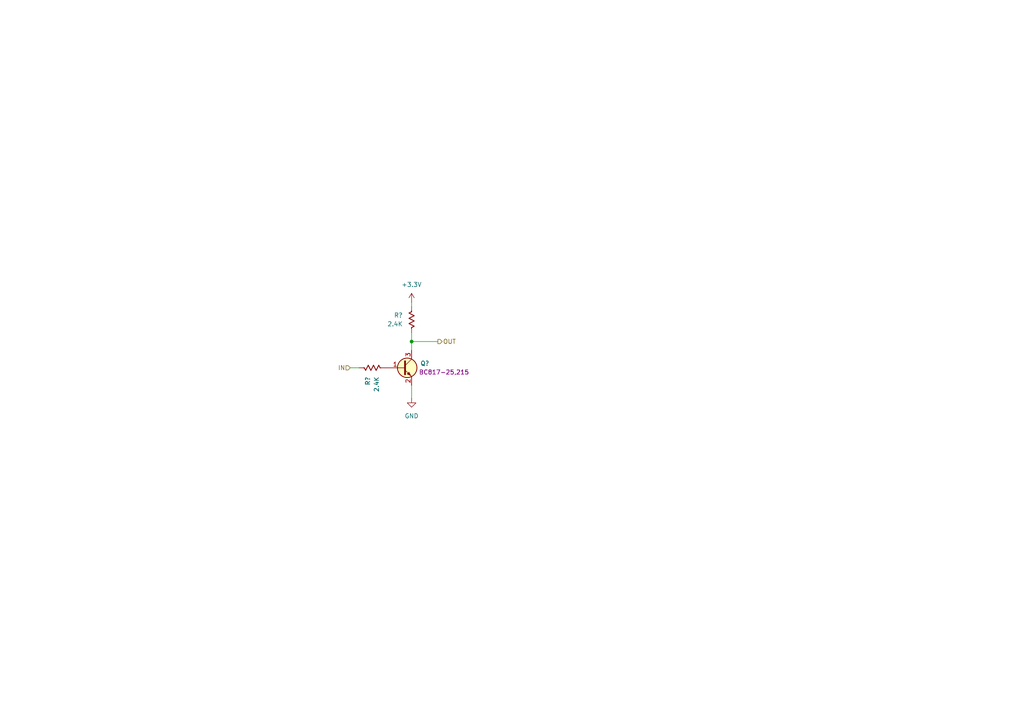
<source format=kicad_sch>
(kicad_sch
	(version 20250114)
	(generator "eeschema")
	(generator_version "9.0")
	(uuid "851f620e-af5d-4087-9d19-97e1b5acb31b")
	(paper "A4")
	(lib_symbols
		(symbol "GP8211S-TC50:R_0603"
			(pin_numbers
				(hide yes)
			)
			(pin_names
				(offset 0)
			)
			(exclude_from_sim no)
			(in_bom yes)
			(on_board yes)
			(property "Reference" "R"
				(at 2.54 1.27 0)
				(effects
					(font
						(size 1.27 1.27)
					)
					(justify left)
				)
			)
			(property "Value" "R_0603"
				(at 2.54 -1.27 0)
				(effects
					(font
						(size 1.27 1.27)
					)
					(justify left)
				)
			)
			(property "Footprint" "PCM_Resistor_SMD_AKL:R_0603_1608Metric"
				(at 0 -11.43 0)
				(effects
					(font
						(size 1.27 1.27)
					)
					(hide yes)
				)
			)
			(property "Datasheet" "~"
				(at 0 0 0)
				(effects
					(font
						(size 1.27 1.27)
					)
					(hide yes)
				)
			)
			(property "Description" "SMD 0603 Chip Resistor, US Symbol, Alternate KiCad Library"
				(at 0 0 0)
				(effects
					(font
						(size 1.27 1.27)
					)
					(hide yes)
				)
			)
			(property "ki_keywords" "R res resistor us SMD 0603"
				(at 0 0 0)
				(effects
					(font
						(size 1.27 1.27)
					)
					(hide yes)
				)
			)
			(property "ki_fp_filters" "R_*"
				(at 0 0 0)
				(effects
					(font
						(size 1.27 1.27)
					)
					(hide yes)
				)
			)
			(symbol "R_0603_0_1"
				(polyline
					(pts
						(xy 0 2.286) (xy 0 2.54)
					)
					(stroke
						(width 0.254)
						(type default)
					)
					(fill
						(type none)
					)
				)
				(polyline
					(pts
						(xy 0 2.286) (xy 0.762 1.905) (xy -0.762 1.143) (xy 0 0.762) (xy 0.762 0.381) (xy 0 0) (xy -0.762 -0.381)
						(xy 0 -0.762) (xy 0.762 -1.143) (xy 0 -1.524) (xy -0.762 -1.905) (xy 0 -2.286)
					)
					(stroke
						(width 0.254)
						(type default)
					)
					(fill
						(type none)
					)
				)
				(polyline
					(pts
						(xy 0 -2.286) (xy 0 -2.54)
					)
					(stroke
						(width 0.254)
						(type default)
					)
					(fill
						(type none)
					)
				)
			)
			(symbol "R_0603_0_2"
				(polyline
					(pts
						(xy -2.54 -2.54) (xy -1.778 -1.778)
					)
					(stroke
						(width 0)
						(type default)
					)
					(fill
						(type none)
					)
				)
				(polyline
					(pts
						(xy -1.778 -1.778) (xy -1.524 -1.524)
					)
					(stroke
						(width 0.254)
						(type default)
					)
					(fill
						(type none)
					)
				)
				(polyline
					(pts
						(xy -1.524 -1.524) (xy -1.778 -0.762) (xy -1.016 -1.016)
					)
					(stroke
						(width 0.254)
						(type default)
					)
					(fill
						(type none)
					)
				)
				(polyline
					(pts
						(xy -0.508 -0.508) (xy -0.762 0.254) (xy 0 0)
					)
					(stroke
						(width 0.254)
						(type default)
					)
					(fill
						(type none)
					)
				)
				(polyline
					(pts
						(xy -0.508 -0.508) (xy -0.254 -1.27) (xy -1.016 -1.016)
					)
					(stroke
						(width 0.254)
						(type default)
					)
					(fill
						(type none)
					)
				)
				(polyline
					(pts
						(xy 0.508 0.508) (xy 0.254 1.27) (xy 1.016 1.016)
					)
					(stroke
						(width 0.254)
						(type default)
					)
					(fill
						(type none)
					)
				)
				(polyline
					(pts
						(xy 0.508 0.508) (xy 0.762 -0.254) (xy 0 0)
					)
					(stroke
						(width 0.254)
						(type default)
					)
					(fill
						(type none)
					)
				)
				(polyline
					(pts
						(xy 1.524 1.524) (xy 1.778 0.762) (xy 1.016 1.016)
					)
					(stroke
						(width 0.254)
						(type default)
					)
					(fill
						(type none)
					)
				)
				(polyline
					(pts
						(xy 1.778 1.778) (xy 1.524 1.524)
					)
					(stroke
						(width 0.254)
						(type default)
					)
					(fill
						(type none)
					)
				)
				(polyline
					(pts
						(xy 1.778 1.778) (xy 2.54 2.54)
					)
					(stroke
						(width 0)
						(type default)
					)
					(fill
						(type none)
					)
				)
			)
			(symbol "R_0603_1_1"
				(pin passive line
					(at 0 3.81 270)
					(length 1.27)
					(name "~"
						(effects
							(font
								(size 1.27 1.27)
							)
						)
					)
					(number "1"
						(effects
							(font
								(size 1.27 1.27)
							)
						)
					)
				)
				(pin passive line
					(at 0 -3.81 90)
					(length 1.27)
					(name "~"
						(effects
							(font
								(size 1.27 1.27)
							)
						)
					)
					(number "2"
						(effects
							(font
								(size 1.27 1.27)
							)
						)
					)
				)
			)
			(symbol "R_0603_1_2"
				(pin passive line
					(at -2.54 -2.54 0)
					(length 0)
					(name ""
						(effects
							(font
								(size 1.27 1.27)
							)
						)
					)
					(number "2"
						(effects
							(font
								(size 1.27 1.27)
							)
						)
					)
				)
				(pin passive line
					(at 2.54 2.54 180)
					(length 0)
					(name ""
						(effects
							(font
								(size 1.27 1.27)
							)
						)
					)
					(number "1"
						(effects
							(font
								(size 1.27 1.27)
							)
						)
					)
				)
			)
			(embedded_fonts no)
		)
		(symbol "Transistor_BJT_AKL:BFN26"
			(pin_names
				(hide yes)
			)
			(exclude_from_sim no)
			(in_bom yes)
			(on_board yes)
			(property "Reference" "Q"
				(at 5.08 1.27 0)
				(effects
					(font
						(size 1.27 1.27)
					)
					(justify left)
				)
			)
			(property "Value" "BFN26"
				(at 5.08 -1.27 0)
				(effects
					(font
						(size 1.27 1.27)
					)
					(justify left)
				)
			)
			(property "Footprint" "Package_TO_SOT_SMD_AKL:SOT-23"
				(at 5.08 2.54 0)
				(effects
					(font
						(size 1.27 1.27)
					)
					(hide yes)
				)
			)
			(property "Datasheet" "https://www.tme.eu/Document/43310f91a0e397761035f1d1abdd24c6/BFN24.pdf"
				(at 0 0 0)
				(effects
					(font
						(size 1.27 1.27)
					)
					(hide yes)
				)
			)
			(property "Description" "NPN SOT-23 high voltage transistor, 300V, 200mA, 360mW, Alternate KiCAD Library"
				(at 0 0 0)
				(effects
					(font
						(size 1.27 1.27)
					)
					(hide yes)
				)
			)
			(property "ki_keywords" "transistor NPN BFN26"
				(at 0 0 0)
				(effects
					(font
						(size 1.27 1.27)
					)
					(hide yes)
				)
			)
			(symbol "BFN26_0_1"
				(polyline
					(pts
						(xy 0.635 1.905) (xy 0.635 -1.905) (xy 0.635 -1.905)
					)
					(stroke
						(width 0.508)
						(type default)
					)
					(fill
						(type none)
					)
				)
				(polyline
					(pts
						(xy 0.635 0.635) (xy 2.54 2.54)
					)
					(stroke
						(width 0)
						(type default)
					)
					(fill
						(type none)
					)
				)
				(polyline
					(pts
						(xy 0.635 -0.635) (xy 2.54 -2.54) (xy 2.54 -2.54)
					)
					(stroke
						(width 0)
						(type default)
					)
					(fill
						(type none)
					)
				)
				(circle
					(center 1.27 0)
					(radius 2.8194)
					(stroke
						(width 0.254)
						(type default)
					)
					(fill
						(type background)
					)
				)
				(polyline
					(pts
						(xy 1.27 -1.778) (xy 1.778 -1.27) (xy 2.286 -2.286) (xy 1.27 -1.778) (xy 1.27 -1.778)
					)
					(stroke
						(width 0)
						(type default)
					)
					(fill
						(type outline)
					)
				)
			)
			(symbol "BFN26_1_1"
				(pin input line
					(at -5.08 0 0)
					(length 5.715)
					(name "B"
						(effects
							(font
								(size 1.27 1.27)
							)
						)
					)
					(number "1"
						(effects
							(font
								(size 1.27 1.27)
							)
						)
					)
				)
				(pin passive line
					(at 2.54 5.08 270)
					(length 2.54)
					(name "C"
						(effects
							(font
								(size 1.27 1.27)
							)
						)
					)
					(number "3"
						(effects
							(font
								(size 1.27 1.27)
							)
						)
					)
				)
				(pin passive line
					(at 2.54 -5.08 90)
					(length 2.54)
					(name "E"
						(effects
							(font
								(size 1.27 1.27)
							)
						)
					)
					(number "2"
						(effects
							(font
								(size 1.27 1.27)
							)
						)
					)
				)
			)
			(embedded_fonts no)
		)
		(symbol "power:+3.3V"
			(power)
			(pin_numbers
				(hide yes)
			)
			(pin_names
				(offset 0)
				(hide yes)
			)
			(exclude_from_sim no)
			(in_bom yes)
			(on_board yes)
			(property "Reference" "#PWR"
				(at 0 -3.81 0)
				(effects
					(font
						(size 1.27 1.27)
					)
					(hide yes)
				)
			)
			(property "Value" "+3.3V"
				(at 0 3.556 0)
				(effects
					(font
						(size 1.27 1.27)
					)
				)
			)
			(property "Footprint" ""
				(at 0 0 0)
				(effects
					(font
						(size 1.27 1.27)
					)
					(hide yes)
				)
			)
			(property "Datasheet" ""
				(at 0 0 0)
				(effects
					(font
						(size 1.27 1.27)
					)
					(hide yes)
				)
			)
			(property "Description" "Power symbol creates a global label with name \"+3.3V\""
				(at 0 0 0)
				(effects
					(font
						(size 1.27 1.27)
					)
					(hide yes)
				)
			)
			(property "ki_keywords" "global power"
				(at 0 0 0)
				(effects
					(font
						(size 1.27 1.27)
					)
					(hide yes)
				)
			)
			(symbol "+3.3V_0_1"
				(polyline
					(pts
						(xy -0.762 1.27) (xy 0 2.54)
					)
					(stroke
						(width 0)
						(type default)
					)
					(fill
						(type none)
					)
				)
				(polyline
					(pts
						(xy 0 2.54) (xy 0.762 1.27)
					)
					(stroke
						(width 0)
						(type default)
					)
					(fill
						(type none)
					)
				)
				(polyline
					(pts
						(xy 0 0) (xy 0 2.54)
					)
					(stroke
						(width 0)
						(type default)
					)
					(fill
						(type none)
					)
				)
			)
			(symbol "+3.3V_1_1"
				(pin power_in line
					(at 0 0 90)
					(length 0)
					(name "~"
						(effects
							(font
								(size 1.27 1.27)
							)
						)
					)
					(number "1"
						(effects
							(font
								(size 1.27 1.27)
							)
						)
					)
				)
			)
			(embedded_fonts no)
		)
		(symbol "power:GND"
			(power)
			(pin_numbers
				(hide yes)
			)
			(pin_names
				(offset 0)
				(hide yes)
			)
			(exclude_from_sim no)
			(in_bom yes)
			(on_board yes)
			(property "Reference" "#PWR"
				(at 0 -6.35 0)
				(effects
					(font
						(size 1.27 1.27)
					)
					(hide yes)
				)
			)
			(property "Value" "GND"
				(at 0 -3.81 0)
				(effects
					(font
						(size 1.27 1.27)
					)
				)
			)
			(property "Footprint" ""
				(at 0 0 0)
				(effects
					(font
						(size 1.27 1.27)
					)
					(hide yes)
				)
			)
			(property "Datasheet" ""
				(at 0 0 0)
				(effects
					(font
						(size 1.27 1.27)
					)
					(hide yes)
				)
			)
			(property "Description" "Power symbol creates a global label with name \"GND\" , ground"
				(at 0 0 0)
				(effects
					(font
						(size 1.27 1.27)
					)
					(hide yes)
				)
			)
			(property "ki_keywords" "global power"
				(at 0 0 0)
				(effects
					(font
						(size 1.27 1.27)
					)
					(hide yes)
				)
			)
			(symbol "GND_0_1"
				(polyline
					(pts
						(xy 0 0) (xy 0 -1.27) (xy 1.27 -1.27) (xy 0 -2.54) (xy -1.27 -1.27) (xy 0 -1.27)
					)
					(stroke
						(width 0)
						(type default)
					)
					(fill
						(type none)
					)
				)
			)
			(symbol "GND_1_1"
				(pin power_in line
					(at 0 0 270)
					(length 0)
					(name "~"
						(effects
							(font
								(size 1.27 1.27)
							)
						)
					)
					(number "1"
						(effects
							(font
								(size 1.27 1.27)
							)
						)
					)
				)
			)
			(embedded_fonts no)
		)
	)
	(junction
		(at 119.38 99.06)
		(diameter 0)
		(color 0 0 0 0)
		(uuid "3fa297f3-0b7e-4640-a96f-8a59ed6035a0")
	)
	(wire
		(pts
			(xy 119.38 87.63) (xy 119.38 88.9)
		)
		(stroke
			(width 0)
			(type default)
		)
		(uuid "410f10a0-cc93-4c32-a9d3-cd8e313dd0b0")
	)
	(wire
		(pts
			(xy 101.6 106.68) (xy 104.14 106.68)
		)
		(stroke
			(width 0)
			(type default)
		)
		(uuid "6823c38c-dd14-4ed5-8a25-3e56c905eee7")
	)
	(wire
		(pts
			(xy 119.38 96.52) (xy 119.38 99.06)
		)
		(stroke
			(width 0)
			(type default)
		)
		(uuid "9269feea-8f91-41e7-b70c-53f82325d269")
	)
	(wire
		(pts
			(xy 119.38 111.76) (xy 119.38 115.57)
		)
		(stroke
			(width 0)
			(type default)
		)
		(uuid "b7570d32-ff85-4c55-91d6-5a9fafc304c6")
	)
	(wire
		(pts
			(xy 119.38 99.06) (xy 127 99.06)
		)
		(stroke
			(width 0)
			(type default)
		)
		(uuid "dfe6277f-da2e-4864-aab8-8c5056f4ff57")
	)
	(wire
		(pts
			(xy 119.38 99.06) (xy 119.38 101.6)
		)
		(stroke
			(width 0)
			(type default)
		)
		(uuid "f87a795c-0b9d-46a2-b7d0-8e286578d1f0")
	)
	(hierarchical_label "OUT"
		(shape output)
		(at 127 99.06 0)
		(effects
			(font
				(size 1.27 1.27)
			)
			(justify left)
		)
		(uuid "126ce946-49bb-400d-b4df-3ab39a4abcca")
	)
	(hierarchical_label "IN"
		(shape input)
		(at 101.6 106.68 180)
		(effects
			(font
				(size 1.27 1.27)
			)
			(justify right)
		)
		(uuid "670ef8a4-d732-4023-8361-439c33f77725")
	)
	(symbol
		(lib_id "GP8211S-TC50:R_0603")
		(at 119.38 92.71 0)
		(mirror x)
		(unit 1)
		(exclude_from_sim no)
		(in_bom yes)
		(on_board yes)
		(dnp no)
		(uuid "005056d1-f470-448c-b1ed-ae23885affe5")
		(property "Reference" "R?"
			(at 116.84 91.4399 0)
			(effects
				(font
					(size 1.27 1.27)
				)
				(justify right)
			)
		)
		(property "Value" "2.4K"
			(at 116.84 93.9799 0)
			(effects
				(font
					(size 1.27 1.27)
				)
				(justify right)
			)
		)
		(property "Footprint" "PCM_Resistor_SMD_AKL:R_0603_1608Metric"
			(at 119.38 81.28 0)
			(effects
				(font
					(size 1.27 1.27)
				)
				(hide yes)
			)
		)
		(property "Datasheet" "~"
			(at 119.38 92.71 0)
			(effects
				(font
					(size 1.27 1.27)
				)
				(hide yes)
			)
		)
		(property "Description" "SMD 0603 Chip Resistor, US Symbol, Alternate KiCad Library"
			(at 119.38 92.71 0)
			(effects
				(font
					(size 1.27 1.27)
				)
				(hide yes)
			)
		)
		(property "LCSC" ""
			(at 119.38 92.71 0)
			(effects
				(font
					(size 1.27 1.27)
				)
				(hide yes)
			)
		)
		(pin "1"
			(uuid "cd3d7268-a570-47bf-86c6-28212a81084f")
		)
		(pin "2"
			(uuid "0a54c3b1-fa82-4dd4-a191-7fe80673fa02")
		)
		(instances
			(project "PLC4UNIPCB"
				(path "/20dd9fa8-33e5-4e01-8b4a-8cb5828152c9/ef44eee8-cd41-4527-92e2-6c408c0d0d91/27c9874e-724a-49e5-be4f-e6cf4f8914b4"
					(reference "R?")
					(unit 1)
				)
				(path "/20dd9fa8-33e5-4e01-8b4a-8cb5828152c9/ef44eee8-cd41-4527-92e2-6c408c0d0d91/ec765b85-69ea-4c2e-a942-0a3f3b20d4c9"
					(reference "R?")
					(unit 1)
				)
			)
		)
	)
	(symbol
		(lib_id "Transistor_BJT_AKL:BFN26")
		(at 116.84 106.68 0)
		(unit 1)
		(exclude_from_sim no)
		(in_bom yes)
		(on_board yes)
		(dnp no)
		(uuid "59b4718a-776d-40ca-aca3-305dd8db3a34")
		(property "Reference" "Q?"
			(at 121.92 105.4099 0)
			(effects
				(font
					(size 1.27 1.27)
				)
				(justify left)
			)
		)
		(property "Value" "BFN26"
			(at 121.92 107.9499 0)
			(effects
				(font
					(size 1.27 1.27)
				)
				(justify left)
				(hide yes)
			)
		)
		(property "Footprint" "Package_TO_SOT_SMD_AKL:SOT-23"
			(at 121.92 104.14 0)
			(effects
				(font
					(size 1.27 1.27)
				)
				(hide yes)
			)
		)
		(property "Datasheet" "https://www.tme.eu/Document/43310f91a0e397761035f1d1abdd24c6/BFN24.pdf"
			(at 116.84 106.68 0)
			(effects
				(font
					(size 1.27 1.27)
				)
				(hide yes)
			)
		)
		(property "Description" "NPN SOT-23 high voltage transistor, 300V, 200mA, 360mW, Alternate KiCAD Library"
			(at 116.84 106.68 0)
			(effects
				(font
					(size 1.27 1.27)
				)
				(hide yes)
			)
		)
		(property "Part number" "BC817-25,215"
			(at 128.778 107.95 0)
			(effects
				(font
					(size 1.27 1.27)
				)
			)
		)
		(pin "1"
			(uuid "bc028fb5-637b-41d9-b32e-dbeb1a4110d5")
		)
		(pin "2"
			(uuid "41414d05-97c3-45b0-8173-521dd0e9494b")
		)
		(pin "3"
			(uuid "c2336676-db78-4897-9287-a2d3f02ffbb8")
		)
		(instances
			(project "PLC4UNIPCB"
				(path "/20dd9fa8-33e5-4e01-8b4a-8cb5828152c9/ef44eee8-cd41-4527-92e2-6c408c0d0d91/ec765b85-69ea-4c2e-a942-0a3f3b20d4c9"
					(reference "Q?")
					(unit 1)
				)
			)
		)
	)
	(symbol
		(lib_id "GP8211S-TC50:R_0603")
		(at 107.95 106.68 270)
		(mirror x)
		(unit 1)
		(exclude_from_sim no)
		(in_bom yes)
		(on_board yes)
		(dnp no)
		(uuid "6250ea23-0bad-48fc-9449-2697eb82d19c")
		(property "Reference" "R?"
			(at 106.6799 109.22 0)
			(effects
				(font
					(size 1.27 1.27)
				)
				(justify right)
			)
		)
		(property "Value" "2.4K"
			(at 109.2199 109.22 0)
			(effects
				(font
					(size 1.27 1.27)
				)
				(justify right)
			)
		)
		(property "Footprint" "PCM_Resistor_SMD_AKL:R_0603_1608Metric"
			(at 96.52 106.68 0)
			(effects
				(font
					(size 1.27 1.27)
				)
				(hide yes)
			)
		)
		(property "Datasheet" "~"
			(at 107.95 106.68 0)
			(effects
				(font
					(size 1.27 1.27)
				)
				(hide yes)
			)
		)
		(property "Description" "SMD 0603 Chip Resistor, US Symbol, Alternate KiCad Library"
			(at 107.95 106.68 0)
			(effects
				(font
					(size 1.27 1.27)
				)
				(hide yes)
			)
		)
		(property "LCSC" ""
			(at 107.95 106.68 0)
			(effects
				(font
					(size 1.27 1.27)
				)
				(hide yes)
			)
		)
		(pin "1"
			(uuid "ddb4d377-a35f-4b2a-bc12-5e32b5a387db")
		)
		(pin "2"
			(uuid "06b8be7b-fb29-443c-bd9c-188aeab0f9c2")
		)
		(instances
			(project "PLC4UNIPCB"
				(path "/20dd9fa8-33e5-4e01-8b4a-8cb5828152c9/ef44eee8-cd41-4527-92e2-6c408c0d0d91/27c9874e-724a-49e5-be4f-e6cf4f8914b4"
					(reference "R?")
					(unit 1)
				)
				(path "/20dd9fa8-33e5-4e01-8b4a-8cb5828152c9/ef44eee8-cd41-4527-92e2-6c408c0d0d91/ec765b85-69ea-4c2e-a942-0a3f3b20d4c9"
					(reference "R?")
					(unit 1)
				)
			)
		)
	)
	(symbol
		(lib_id "power:GND")
		(at 119.38 115.57 0)
		(unit 1)
		(exclude_from_sim no)
		(in_bom yes)
		(on_board yes)
		(dnp no)
		(fields_autoplaced yes)
		(uuid "9bbbf662-8d9e-4371-87ad-946e7b34b4ea")
		(property "Reference" "#PWR012"
			(at 119.38 121.92 0)
			(effects
				(font
					(size 1.27 1.27)
				)
				(hide yes)
			)
		)
		(property "Value" "GND"
			(at 119.38 120.65 0)
			(effects
				(font
					(size 1.27 1.27)
				)
			)
		)
		(property "Footprint" ""
			(at 119.38 115.57 0)
			(effects
				(font
					(size 1.27 1.27)
				)
				(hide yes)
			)
		)
		(property "Datasheet" ""
			(at 119.38 115.57 0)
			(effects
				(font
					(size 1.27 1.27)
				)
				(hide yes)
			)
		)
		(property "Description" "Power symbol creates a global label with name \"GND\" , ground"
			(at 119.38 115.57 0)
			(effects
				(font
					(size 1.27 1.27)
				)
				(hide yes)
			)
		)
		(pin "1"
			(uuid "c2409aee-9b3c-40db-a295-edf8b5b48d6e")
		)
		(instances
			(project "PLC4UNIPCB"
				(path "/20dd9fa8-33e5-4e01-8b4a-8cb5828152c9/ef44eee8-cd41-4527-92e2-6c408c0d0d91/ec765b85-69ea-4c2e-a942-0a3f3b20d4c9"
					(reference "#PWR012")
					(unit 1)
				)
			)
		)
	)
	(symbol
		(lib_id "power:+3.3V")
		(at 119.38 87.63 0)
		(unit 1)
		(exclude_from_sim no)
		(in_bom yes)
		(on_board yes)
		(dnp no)
		(fields_autoplaced yes)
		(uuid "cb35cc24-c611-42fa-bc38-209f7c59a3f8")
		(property "Reference" "#PWR011"
			(at 119.38 91.44 0)
			(effects
				(font
					(size 1.27 1.27)
				)
				(hide yes)
			)
		)
		(property "Value" "+3.3V"
			(at 119.38 82.55 0)
			(effects
				(font
					(size 1.27 1.27)
				)
			)
		)
		(property "Footprint" ""
			(at 119.38 87.63 0)
			(effects
				(font
					(size 1.27 1.27)
				)
				(hide yes)
			)
		)
		(property "Datasheet" ""
			(at 119.38 87.63 0)
			(effects
				(font
					(size 1.27 1.27)
				)
				(hide yes)
			)
		)
		(property "Description" "Power symbol creates a global label with name \"+3.3V\""
			(at 119.38 87.63 0)
			(effects
				(font
					(size 1.27 1.27)
				)
				(hide yes)
			)
		)
		(pin "1"
			(uuid "ffaf0aea-e167-44e1-a408-412b572b7908")
		)
		(instances
			(project "PLC4UNIPCB"
				(path "/20dd9fa8-33e5-4e01-8b4a-8cb5828152c9/ef44eee8-cd41-4527-92e2-6c408c0d0d91/ec765b85-69ea-4c2e-a942-0a3f3b20d4c9"
					(reference "#PWR011")
					(unit 1)
				)
			)
		)
	)
)

</source>
